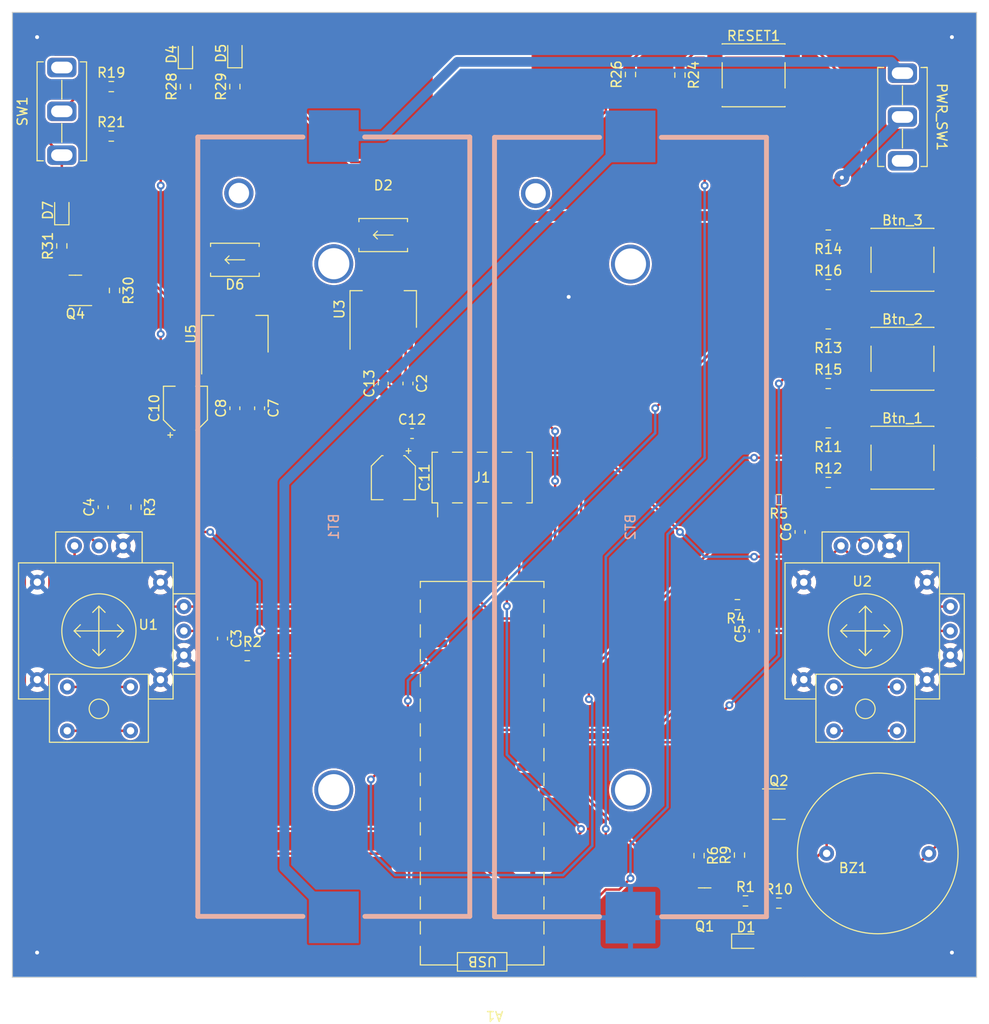
<source format=kicad_pcb>
(kicad_pcb (version 20211014) (generator pcbnew)
  (layers (0 "F.Cu" signal) (31 "B.Cu" signal) (34 "B.Paste" user) (35 "F.Paste" user) (36 "B.SilkS" user "B.Silkscreen") (37 "F.SilkS" user "F.Silkscreen") (38 "B.Mask" user) (39 "F.Mask" user) (44 "Edge.Cuts" user))
  (net 0 "")
  (net 1 "LED_1")
  (net 3 "Earth")
  (net 4 "Btn_1")
  (net 5 "Btn_2")
  (net 6 "Btn_3")
  (net 7 "SW_1")
  (net 8 "NRF_CE")
  (net 9 "NRF_SCK")
  (net 10 "NRF_CSN")
  (net 11 "+3V3")
  (net 14 "BUZZER")
  (net 15 "R_ROLL")
  (net 16 "R_PITCH")
  (net 17 "L_ROLL")
  (net 18 "L_PITCH")
  (net 19 "+5V")
  (net 20 "RESET")
  (net 22 "Net-(BZ1-Pad2)")
  (net 23 "Net-(C3-Pad2)")
  (net 24 "Net-(C4-Pad2)")
  (net 25 "Net-(C5-Pad2)")
  (net 26 "Net-(C6-Pad2)")
  (net 27 "+BATT")
  (net 28 "Net-(D1-Pad1)")
  (net 29 "Net-(D4-Pad1)")
  (net 30 "Net-(D5-Pad1)")
  (net 31 "Net-(D7-Pad1)")
  (net 32 "NRF_MISO")
  (net 33 "NRF_IRQ")
  (net 34 "NRF_MOSI")
  (net 35 "Net-(Q1-Pad2)")
  (net 36 "Net-(Q1-Pad3)")
  (net 37 "Net-(Q2-Pad2)")
  (net 38 "Net-(Q4-Pad2)")
  (net 39 "Net-(Q4-Pad3)")
  (net 40 "Net-(Btn_1-Pad2)")
  (net 41 "Net-(Btn_2-Pad2)")
  (net 42 "Net-(Btn_3-Pad2)")
  (net 43 "Net-(R19-Pad1)")
  (net 44 "unconnected-(U1-PadSW1)")
  (net 45 "unconnected-(U1-PadSW2)")
  (net 46 "unconnected-(U2-PadSW1)")
  (net 47 "unconnected-(U2-PadSW2)")
  (net 48 "Net-(BT1-Pad2)")
  (net 49 "Net-(R24-Pad1)")
  (net 56 "BAT_PWR")
  (footprint "My_library:1N5817M" (layer "F.Cu") (at 129.54 76.2)
    (fp_text reference "D6")
    (fp_text value "1N5817")
  )
  (footprint "Capacitor_SMD:C_0603_1608Metric" (layer "F.Cu") (at 116.00706 101.6 90)
    (fp_text reference "C4")
    (fp_text value "100nF")
  )
  (footprint "Capacitor_SMD:C_0603_1608Metric" (layer "F.Cu") (at 128.27 115.085517 -90)
    (fp_text reference "C3")
    (fp_text value "100nF")
  )
  (footprint "Button_Switch_SMD:SW_Push_1P1T_NO_6x6mm_H9.5mm" (layer "F.Cu") (at 182.828326 57.261602)
    (fp_text reference "RESET1")
    (fp_text value "SW_SPST")
  )
  (footprint "Resistor_SMD:R_0603_1608Metric" (layer "F.Cu") (at 181.994637 142.016)
    (fp_text reference "R1")
    (fp_text value "1K")
  )
  (footprint "My_library:KNX-1-D1" (layer "F.Cu") (at 198.12 61.54 -90)
    (fp_text reference "PWR_SW1")
    (fp_text value "SW_SPDT")
  )
  (footprint "Resistor_SMD:R_0603_1608Metric" (layer "F.Cu") (at 130.81 116.84)
    (fp_text reference "R2")
    (fp_text value "620")
  )
  (footprint "Resistor_SMD:R_0603_1608Metric" (layer "F.Cu") (at 185.42 142.24)
    (fp_text reference "R10")
    (fp_text value "10K")
  )
  (footprint "Resistor_SMD:R_0603_1608Metric" (layer "F.Cu") (at 181.378897 137.310427 90)
    (fp_text reference "R9")
    (fp_text value "4K7")
  )
  (footprint "Resistor_SMD:R_0603_1608Metric" (layer "F.Cu") (at 190.5 78.74)
    (fp_text reference "R16")
    (fp_text value "10K")
  )
  (footprint "Resistor_SMD:R_0603_1608Metric" (layer "F.Cu") (at 119.38 101.6 -90)
    (fp_text reference "R3")
    (fp_text value "620")
  )
  (footprint "Resistor_SMD:R_0603_1608Metric" (layer "F.Cu") (at 129.54 58.42 90)
    (fp_text reference "R29")
    (fp_text value "2K")
  )
  (footprint "My_library:Joystick" (layer "F.Cu") (at 115.57 114.3)
    (fp_text reference "U1")
    (fp_text value "Joystick")
  )
  (footprint "Capacitor_SMD:CP_Elec_4x5.4" (layer "F.Cu") (at 124.46 91.44 90)
    (fp_text reference "C10")
    (fp_text value "10uF")
  )
  (footprint "My_library:NUCELO-L432KC_SMD" (layer "F.Cu") (at 156.21 138.43 180)
    (fp_text reference "A1")
    (fp_text value "NUCLEO-L432KC")
  )
  (footprint "Package_TO_SOT_SMD:SOT-223" (layer "F.Cu") (at 129.54 83.82 90)
    (fp_text reference "U5")
    (fp_text value "LM2940-5.0")
  )
  (footprint "Capacitor_SMD:C_0603_1608Metric" (layer "F.Cu") (at 147.32 88.9 -90)
    (fp_text reference "C2")
    (fp_text value "100nF")
  )
  (footprint "Resistor_SMD:R_0603_1608Metric" (layer "F.Cu") (at 111.760384 74.777671 90)
    (fp_text reference "R31")
    (fp_text value "390R")
  )
  (footprint "Package_TO_SOT_SMD:SOT-223" (layer "F.Cu") (at 144.78 81.28 90)
    (fp_text reference "U3")
    (fp_text value "LM2940-3.0")
  )
  (footprint "Resistor_SMD:R_0603_1608Metric" (layer "F.Cu") (at 190.5 83.82 180)
    (fp_text reference "R13")
    (fp_text value "1K")
  )
  (footprint "Resistor_SMD:R_0603_1608Metric" (layer "F.Cu") (at 190.5 88.9)
    (fp_text reference "R15")
    (fp_text value "10K")
  )
  (footprint "Resistor_SMD:R_0603_1608Metric" (layer "F.Cu") (at 116.84 58.42)
    (fp_text reference "R19")
    (fp_text value "1K")
  )
  (footprint "Resistor_SMD:R_0603_1608Metric" (layer "F.Cu") (at 177.223152 137.367748 -90)
    (fp_text reference "R6")
    (fp_text value "4K7")
  )
  (footprint "LED_SMD:LED_0603_1608Metric" (layer "F.Cu") (at 124.46 55.0925 90)
    (fp_text reference "D4")
    (fp_text value "RED")
  )
  (footprint "My_library:Buzzer" (layer "F.Cu") (at 195.58 137.138466 180)
    (fp_text reference "BZ1")
    (fp_text value "Buzzer")
  )
  (footprint "Resistor_SMD:R_0603_1608Metric" (layer "F.Cu") (at 185.42 100.827383 180)
    (fp_text reference "R5")
    (fp_text value "620")
  )
  (footprint "Resistor_SMD:R_0603_1608Metric" (layer "F.Cu") (at 117.172778 79.351001 -90)
    (fp_text reference "R30")
    (fp_text value "4K7")
  )
  (footprint "Capacitor_SMD:C_0603_1608Metric" (layer "F.Cu") (at 129.54 91.44 90)
    (fp_text reference "C8")
    (fp_text value "100nF")
  )
  (footprint "LED_SMD:LED_0603_1608Metric" (layer "F.Cu") (at 111.76 71.12 90)
    (fp_text reference "D7")
    (fp_text value "BLUE")
  )
  (footprint "Resistor_SMD:R_0603_1608Metric" (layer "F.Cu") (at 190.5 99.06)
    (fp_text reference "R12")
    (fp_text value "10K")
  )
  (footprint "Resistor_SMD:R_0603_1608Metric" (layer "F.Cu") (at 175.26 57.235607 -90)
    (fp_text reference "R24")
    (fp_text value "1K")
  )
  (footprint "Resistor_SMD:R_0603_1608Metric" (layer "F.Cu") (at 170.18 57.175869 90)
    (fp_text reference "R26")
    (fp_text value "10K")
  )
  (footprint "Capacitor_SMD:C_0603_1608Metric" (layer "F.Cu") (at 132.08 91.44 -90)
    (fp_text reference "C7")
    (fp_text value "100nF")
  )
  (footprint "LED_SMD:LED_0603_1608Metric" (layer "F.Cu") (at 129.54 55.0025 90)
    (fp_text reference "D5")
    (fp_text value "BLUE")
  )
  (footprint "LED_SMD:LED_0603_1608Metric" (layer "F.Cu") (at 182.055477 146.148544)
    (fp_text reference "D1")
    (fp_text value "RED")
  )
  (footprint "My_library:Joystick" (layer "F.Cu") (at 194.31 114.3)
    (fp_text reference "U2")
    (fp_text value "Joystick")
  )
  (footprint "Package_TO_SOT_SMD:SOT-23" (layer "F.Cu") (at 113.153032 79.340282 180)
    (fp_text reference "Q4")
    (fp_text value "S9013")
  )
  (footprint "Resistor_SMD:R_0603_1608Metric" (layer "F.Cu") (at 190.5 73.66 180)
    (fp_text reference "R14")
    (fp_text value "1K")
  )
  (footprint "Capacitor_SMD:C_0603_1608Metric" (layer "F.Cu") (at 147.740137 94.031974)
    (fp_text reference "C12")
    (fp_text value "100nF")
  )
  (footprint "Package_TO_SOT_SMD:SOT-23" (layer "F.Cu") (at 185.42 132.08)
    (fp_text reference "Q2")
    (fp_text value "S9013")
  )
  (footprint "Capacitor_SMD:C_0603_1608Metric" (layer "F.Cu") (at 187.598277 104.14 90)
    (fp_text reference "C6")
    (fp_text value "100nF")
  )
  (footprint "Resistor_SMD:R_0603_1608Metric" (layer "F.Cu") (at 116.84 63.5)
    (fp_text reference "R21")
    (fp_text value "10K")
  )
  (footprint "Capacitor_SMD:C_0603_1608Metric" (layer "F.Cu") (at 182.88 114.3 90)
    (fp_text reference "C5")
    (fp_text value "100nF")
  )
  (footprint "Package_TO_SOT_SMD:SOT-23" (layer "F.Cu") (at 177.8 142.24 180)
    (fp_text reference "Q1")
    (fp_text value "S9013")
  )
  (footprint "Button_Switch_SMD:SW_Push_1P1T_NO_6x6mm_H9.5mm" (layer "F.Cu") (at 198.12 86.36)
    (fp_text reference "Btn_2")
    (fp_text value "SW_SPST")
  )
  (footprint "Resistor_SMD:R_0603_1608Metric" (layer "F.Cu") (at 190.5 93.98 180)
    (fp_text reference "R11")
    (fp_text value "1K")
  )
  (footprint "Button_Switch_SMD:SW_Push_1P1T_NO_6x6mm_H9.5mm" (layer "F.Cu") (at 198.12 76.2)
    (fp_text reference "Btn_3")
    (fp_text value "SW_SPST")
  )
  (footprint "Resistor_SMD:R_0603_1608Metric" (layer "F.Cu") (at 181.165 111.604567 180)
    (fp_text reference "R4")
    (fp_text value "620")
  )
  (footprint "Capacitor_SMD:C_0603_1608Metric" (layer "F.Cu") (at 144.78 88.9 90)
    (fp_text reference "C13")
    (fp_text value "100nF")
  )
  (footprint "Capacitor_SMD:CP_Elec_4x5.4" (layer "F.Cu") (at 145.819259 98.567895 -90)
    (fp_text reference "C11")
    (fp_text value "10uF")
  )
  (footprint "Button_Switch_SMD:SW_Push_1P1T_NO_6x6mm_H9.5mm" (layer "F.Cu") (at 198.12 96.52)
    (fp_text reference "Btn_1")
    (fp_text value "SW_SPST")
  )
  (footprint "Resistor_SMD:R_0603_1608Metric" (layer "F.Cu") (at 124.46 58.42 90)
    (fp_text reference "R28")
    (fp_text value "1K")
  )
  (footprint "Connector_PinHeader_2.54mm:PinHeader_2x04_P2.54mm_Vertical_SMD" (layer "F.Cu") (at 154.94 98.555 90)
    (fp_text reference "J1")
    (fp_text value "nRF24L01_Conn")
  )
  (footprint "My_library:1N5817M" (layer "F.Cu") (at 144.78 73.66)
    (fp_text reference "D2")
    (fp_text value "1N5817")
  )
  (footprint "My_library:KNX-1-D1" (layer "F.Cu") (at 111.76 60.96 90)
    (fp_text reference "SW1")
    (fp_text value "SW_SPDT")
  )
  (footprint "My_library:18650_Holder(1)" (layer "B.Cu") (at 139.7 103.6 -90)
    (fp_text reference "BT1")
    (fp_text value "Bat_18650")
  )
  (footprint "My_library:18650_Holder(1)" (layer "B.Cu") (at 170.18 103.635 -90)
    (fp_text reference "BT2")
    (fp_text value "Bat_18650")
  )
  (gr_line (start 106.68 96.52) (end 106.68 60.96) (layer "Edge.Cuts") (width 0.1))
  (gr_line (start 205.74 50.8) (end 205.74 60.96) (layer "Edge.Cuts") (width 0.1))
  (gr_line (start 152.4 50.8) (end 106.68 50.8) (layer "Edge.Cuts") (width 0.1))
  (gr_line (start 106.68 50.8) (end 106.68 60.96) (layer "Edge.Cuts") (width 0.1))
  (gr_line (start 187.96 149.86) (end 205.74 149.86) (layer "Edge.Cuts") (width 0.1))
  (gr_line (start 205.74 60.96) (end 205.74 96.52) (layer "Edge.Cuts") (width 0.1))
  (gr_line (start 106.68 96.52) (end 106.68 149.86) (layer "Edge.Cuts") (width 0.1))
  (gr_line (start 152.4 50.8) (end 205.74 50.8) (layer "Edge.Cuts") (width 0.1))
  (gr_line (start 152.4 149.86) (end 106.68 149.86) (layer "Edge.Cuts") (width 0.1))
  (gr_line (start 152.4 149.86) (end 187.96 149.86) (layer "Edge.Cuts") (width 0.1))
  (gr_line (start 205.74 96.52) (end 205.74 149.86) (layer "Edge.Cuts") (width 0.1))
  (segment (start 117.172778 80.176001) (end 117.172778 85.256001) (width 0.25) (layer "F.Cu") (net 1))
  (segment (start 107.95 125.73) (end 109.22 127) (width 0.25) (layer "F.Cu") (net 1))
  (segment (start 113.03 137.16) (end 116.84 137.16) (width 0.25) (layer "F.Cu") (net 1))
  (segment (start 160.14 143.51) (end 153.79 137.16) (width 0.25) (layer "F.Cu") (net 1))
  (segment (start 107.95 125.73) (end 107.95 94.478779) (width 0.25) (layer "F.Cu") (net 1))
  (segment (start 153.79 137.16) (end 116.84 137.16) (width 0.25) (layer "F.Cu") (net 1))
  (segment (start 109.22 133.35) (end 113.03 137.16) (width 0.25) (layer "F.Cu") (net 1))
  (segment (start 109.22 127) (end 109.22 133.35) (width 0.25) (layer "F.Cu") (net 1))
  (segment (start 117.172778 85.256001) (end 107.95 94.478779) (width 0.25) (layer "F.Cu") (net 1))
  (via (at 109.22 147.32) (size 0.8) (drill 0.4) (layers "F.Cu" "B.Cu") (net 3))
  (via (at 163.83 80.01) (size 0.8) (drill 0.4) (layers "F.Cu" "B.Cu") (net 3))
  (via (at 109.22 53.34) (size 0.8) (drill 0.4) (layers "F.Cu" "B.Cu") (net 3))
  (via (at 203.2 147.32) (size 0.8) (drill 0.4) (layers "F.Cu" "B.Cu") (net 3))
  (via (at 203.2 53.34) (size 0.8) (drill 0.4) (layers "F.Cu" "B.Cu") (net 3))
  (segment (start 169.03 140.85) (end 167.64 140.85) (width 0.25) (layer "F.Cu") (net 4))
  (segment (start 187.96 95.695) (end 189.675 93.98) (width 0.25) (layer "F.Cu") (net 4))
  (segment (start 187.96 95.695) (end 187.135 96.52) (width 0.25) (layer "F.Cu") (net 4))
  (segment (start 187.135 96.52) (end 182.88 96.52) (width 0.25) (layer "F.Cu") (net 4))
  (segment (start 167.64 140.85) (end 162.44 146.05) (width 0.25) (layer "F.Cu") (net 4))
  (segment (start 170.18 139.7) (end 169.03 140.85) (width 0.25) (layer "F.Cu") (net 4))
  (via (at 182.88 96.52) (size 0.8) (drill 0.4) (layers "F.Cu" "B.Cu") (net 4))
  (via (at 170.18 139.7) (size 0.8) (drill 0.4) (layers "F.Cu" "B.Cu") (net 4))
  (segment (start 173.99 132.37022) (end 173.99 104.385386) (width 0.25) (layer "B.Cu") (net 4))
  (segment (start 170.18 139.7) (end 170.18 136.18022) (width 0.25) (layer "B.Cu") (net 4))
  (segment (start 173.99 104.385386) (end 181.855386 96.52) (width 0.25) (layer "B.Cu") (net 4))
  (segment (start 181.855386 96.52) (end 182.88 96.52) (width 0.25) (layer "B.Cu") (net 4))
  (segment (start 170.18 136.18022) (end 173.99 132.37022) (width 0.25) (layer "B.Cu") (net 4))
  (segment (start 176.53 125.73) (end 180.34 121.92) (width 0.25) (layer "F.Cu") (net 5))
  (segment (start 162.44 125.73) (end 176.53 125.73) (width 0.25) (layer "F.Cu") (net 5))
  (segment (start 185.42 88.9) (end 189.675 84.645) (width 0.25) (layer "F.Cu") (net 5))
  (segment (start 189.675 84.645) (end 189.675 83.82) (width 0.25) (layer "F.Cu") (net 5))
  (via (at 185.42 88.9) (size 0.8) (drill 0.4) (layers "F.Cu" "B.Cu") (net 5))
  (via (at 180.34 121.92) (size 0.8) (drill 0.4) (layers "F.Cu" "B.Cu") (net 5))
  (segment (start 185.42 91.44) (end 185.42 88.9) (width 0.25) (layer "B.Cu") (net 5))
  (segment (start 180.34 121.92) (end 185.42 116.84) (width 0.25) (layer "B.Cu") (net 5))
  (segment (start 185.42 116.84) (end 185.42 91.44) (width 0.25) (layer "B.Cu") (net 5))
  (segment (start 147.311432 121.466444) (end 147.311432 123.061432) (width 0.25) (layer "F.Cu") (net 6))
  (segment (start 189.675 74.485) (end 189.675 73.66) (width 0.25) (layer "F.Cu") (net 6))
  (segment (start 172.72 91.44) (end 189.675 74.485) (width 0.25) (layer "F.Cu") (net 6))
  (segment (start 147.311432 123.061432) (end 147.44 123.19) (width 0.25) (layer "F.Cu") (net 6))
  (via (at 147.311432 121.466444) (size 0.8) (drill 0.4) (layers "F.Cu" "B.Cu") (net 6))
  (via (at 172.72 91.44) (size 0.8) (drill 0.4) (layers "F.Cu" "B.Cu") (net 6))
  (segment (start 172.72 93.98) (end 172.72 91.44) (width 0.25) (layer "B.Cu") (net 6))
  (segment (start 147.32 121.457876) (end 147.32 119.38) (width 0.25) (layer "B.Cu") (net 6))
  (segment (start 147.32 119.38) (end 172.72 93.98) (width 0.25) (layer "B.Cu") (net 6))
  (segment (start 147.311432 121.466444) (end 147.32 121.457876) (width 0.25) (layer "B.Cu") (net 6))
  (segment (start 117.665 58.42) (end 121.92 62.675) (width 0.25) (layer "F.Cu") (net 7))
  (segment (start 118.55952 134.62) (end 110.49 126.55048) (width 0.25) (layer "F.Cu") (net 7))
  (segment (start 110.49 96.52) (end 121.92 85.09) (width 0.25) (layer "F.Cu") (net 7))
  (segment (start 158.87 134.62) (end 160.14 133.35) (width 0.25) (layer "F.Cu") (net 7))
  (segment (start 127 134.62) (end 158.87 134.62) (width 0.25) (layer "F.Cu") (net 7))
  (segment (start 121.92 62.675) (end 121.92 68.58) (width 0.25) (layer "F.Cu") (net 7))
  (segment (start 121.92 85.09) (end 121.92 83.82) (width 0.25) (layer "F.Cu") (net 7))
  (segment (start 110.49 126.55048) (end 110.49 96.52) (width 0.25) (layer "F.Cu") (net 7))
  (segment (start 127 134.62) (end 118.55952 134.62) (width 0.25) (layer "F.Cu") (net 7))
  (via (at 121.92 83.82) (size 0.8) (drill 0.4) (layers "F.Cu" "B.Cu") (net 7))
  (via (at 121.92 68.58) (size 0.8) (drill 0.4) (layers "F.Cu" "B.Cu") (net 7))
  (segment (start 121.92 83.82) (end 121.92 68.58) (width 0.25) (layer "B.Cu") (net 7))
  (segment (start 153.67 110.214312) (end 153.67 101.08) (width 0.25) (layer "F.Cu") (net 8))
  (segment (start 156.485688 113.03) (end 153.67 110.214312) (width 0.25) (layer "F.Cu") (net 8))
  (segment (start 160.14 113.03) (end 156.485688 113.03) (width 0.25) (layer "F.Cu") (net 8))
  (segment (start 152.4 99.06) (end 153.170166 98.289834) (width 0.25) (layer "F.Cu") (net 9))
  (segment (start 153.170166 98.289834) (end 154.278896 98.289834) (width 0.25) (layer "F.Cu") (net 9))
  (segment (start 152.4 107.83) (end 152.4 99.06) (width 0.25) (layer "F.Cu") (net 9))
  (segment (start 154.278896 98.289834) (end 156.21 100.220938) (width 0.25) (layer "F.Cu") (net 9))
  (segment (start 156.21 100.220938) (end 156.21 101.08) (width 0.25) (layer "F.Cu") (net 9))
  (segment (start 149.74 110.49) (end 152.4 107.83) (width 0.25) (layer "F.Cu") (net 9))
  (segment (start 161.699712 93.05847) (end 162.440013 93.798771) (width 0.25) (layer "F.Cu") (net 10))
  (segment (start 160.145081 93.05847) (end 161.699712 93.05847) (width 0.25) (layer "F.Cu") (net 10))
  (segment (start 162.438693 110.488693) (end 162.44 110.49) (width 0.25) (layer "F.Cu") (net 10))
  (segment (start 153.67 96.03) (end 156.64153 93.05847) (width 0.25) (layer "F.Cu") (net 10))
  (segment (start 162.438693 98.904727) (end 162.438693 110.488693) (width 0.25) (layer "F.Cu") (net 10))
  (segment (start 156.64153 93.05847) (end 160.145081 93.05847) (width 0.25) (layer "F.Cu") (net 10))
  (via (at 162.440013 93.798771) (size 0.8) (drill 0.4) (layers "F.Cu" "B.Cu") (net 10))
  (via (at 162.438693 98.904727) (size 0.8) (drill 0.4) (layers "F.Cu" "B.Cu") (net 10))
  (segment (start 162.440013 98.903407) (end 162.440013 93.798771) (width 0.25) (layer "B.Cu") (net 10))
  (segment (start 162.438693 98.904727) (end 162.440013 98.903407) (width 0.25) (layer "B.Cu") (net 10))
  (segment (start 154.94 91.44) (end 151.13 95.25) (width 0.25) (layer "F.Cu") (net 11))
  (segment (start 146.965137 94.031974) (end 146.965137 90.607999) (width 0.25) (layer "F.Cu") (net 11))
  (segment (start 151.13 95.25) (end 151.13 96.03) (width 0.25) (layer "F.Cu") (net 11))
  (segment (start 150.35 96.03) (end 151.13 96.03) (width 0.25) (layer "F.Cu") (net 11))
  (segment (start 182.88 106.68) (end 190.7 106.68) (width 0.25) (layer "F.Cu") (net 11))
  (segment (start 144.78 84.43) (end 144.78 88.125) (width 0.25) (layer "F.Cu") (net 11))
  (segment (start 146.965137 90.607999) (end 144.78 88.422862) (width 0.25) (layer "F.Cu") (net 11))
  (segment (start 146.965137 95.622017) (end 145.819259 96.767895) (width 0.25) (layer "F.Cu") (net 11))
  (segment (start 147.44 113.03) (end 147.44 98.388636) (width 0.25) (layer "F.Cu") (net 11))
  (segment (start 203.04 111.8) (end 198.04 111.8) (width 0.25) (layer "F.Cu") (net 11))
  (segment (start 175.26 104.14) (end 162.56 91.44) (width 0.25) (layer "F.Cu") (net 11))
  (segment (start 113.07 109.38) (end 113.07 105.57) (width 0.25) (layer "F.Cu") (net 11))
  (segment (start 146.965137 94.031974) (end 146.965137 95.622017) (width 0.25) (layer "F.Cu") (net 11))
  (segment (start 162.56 91.44) (end 154.94 91.44) (width 0.25) (layer "F.Cu") (net 11))
  (segment (start 149.612105 96.767895) (end 150.35 96.03) (width 0.25) (layer "F.Cu") (net 11))
  (segment (start 115.49 111.8) (end 113.07 109.38) (width 0.25) (layer "F.Cu") (net 11))
  (segment (start 198.04 111.8) (end 191.81 105.57) (width 0.25) (layer "F.Cu") (net 11))
  (segment (start 144.78 88.422862) (end 144.78 88.125) (width 0.25) (layer "F.Cu") (net 11))
  (segment (start 190.7 106.68) (end 191.81 105.57) (width 0.25) (layer "F.Cu") (net 11))
  (segment (start 147.44 113.03) (end 146.21 111.8) (width 0.25) (layer "F.Cu") (net 11))
  (segment (start 146.21 111.8) (end 115.49 111.8) (width 0.25) (layer "F.Cu") (net 11))
  (segment (start 145.819259 96.767895) (end 149.612105 96.767895) (width 0.25) (layer "F.Cu") (net 11))
  (segment (start 147.44 98.388636) (end 145.819259 96.767895) (width 0.25) (layer "F.Cu") (net 11))
  (via (at 182.88 106.68) (size 0.8) (drill 0.4) (layers "F.Cu" "B.Cu") (net 11))
  (via (at 175.26 104.14) (size 0.8) (drill 0.4) (layers "F.Cu" "B.Cu") (net 11))
  (segment (start 182.88 106.68) (end 177.8 106.68) (width 0.25) (layer "B.Cu") (net 11))
  (segment (start 177.8 106.68) (end 175.26 104.14) (width 0.25) (layer "B.Cu") (net 11))
  (segment (start 162.56 128.27) (end 170.832748 136.542748) (width 0.25) (layer "F.Cu") (net 14))
  (segment (start 170.832748 136.542748) (end 177.223152 136.542748) (width 0.25) (layer "F.Cu") (net 14))
  (segment (start 160.14 128.27) (end 162.56 128.27) (width 0.25) (layer "F.Cu") (net 14))
  (segment (start 177.280473 136.485427) (end 177.223152 136.542748) (width 0.25) (layer "F.Cu") (net 14))
  (segment (start 181.378897 136.485427) (end 177.280473 136.485427) (width 0.25) (layer "F.Cu") (net 14))
  (segment (start 144.78 128.27) (end 147.44 128.27) (width 0.25) (layer "F.Cu") (net 15))
  (segment (start 184.595 100.827383) (end 183.652617 100.827383) (width 0.25) (layer "F.Cu") (net 15))
  (segment (start 165.901885 118.578115) (end 165.901885 121.312181) (width 0.25) (layer "F.Cu") (net 15))
  (segment (start 143.51 129.54) (end 144.78 128.27) (width 0.25) (layer "F.Cu") (net 15))
  (segment (start 183.652617 100.827383) (end 165.901885 118.578115) (width 0.25) (layer "F.Cu") (net 15))
  (via (at 143.51 129.54) (size 0.8) (drill 0.4) (layers "F.Cu" "B.Cu") (net 15))
  (via (at 165.901885 121.312181) (size 0.8) (drill 0.4) (layers "F.Cu" "B.Cu") (net 15))
  (segment (start 166.249992 136.357751) (end 166.249992 121.660288) (width 0.25) (layer "B.Cu") (net 15))
  (segment (start 143.51 136.861305) (end 146.011548 139.362853) (width 0.25) (layer "B.Cu") (net 15))
  (segment (start 143.51 130.102232) (end 143.51 129.54) (width 0.25) (layer "B.Cu") (net 15))
  (segment (start 163.24489 139.362853) (end 166.249992 136.357751) (width 0.25) (layer "B.Cu") (net 15))
  (segment (start 143.51 130.102232) (end 143.51 136.861305) (width 0.25) (layer "B.Cu") (net 15))
  (segment (start 166.249992 121.660288) (end 165.901885 121.312181) (width 0.25) (layer "B.Cu") (net 15))
  (segment (start 146.011548 139.362853) (end 163.24489 139.362853) (width 0.25) (layer "B.Cu") (net 15))
  (segment (start 151.01 124.46) (end 172.72 124.46) (width 0.25) (layer "F.Cu") (net 16))
  (segment (start 180.34 116.84) (end 180.34 111.604567) (width 0.25) (layer "F.Cu") (net 16))
  (segment (start 172.72 124.46) (end 180.34 116.84) (width 0.25) (layer "F.Cu") (net 16))
  (segment (start 149.74 125.73) (end 151.01 124.46) (width 0.25) (layer "F.Cu") (net 16))
  (segment (start 127 104.14) (end 121.095 104.14) (width 0.25) (layer "F.Cu") (net 17))
  (segment (start 121.095 104.14) (end 119.38 102.425) (width 0.25) (layer "F.Cu") (net 17))
  (segment (start 145.971783 114.3) (end 132.08 114.3) (width 0.25) (layer "F.Cu") (net 17))
  (segment (start 149.74 120.65) (end 149.74 118.068217) (width 0.25) (layer "F.Cu") (net 17))
  (segment (start 149.74 118.068217) (end 145.971783 114.3) (width 0.25) (layer "F.Cu") (net 17))
  (via (at 132.08 114.3) (size 0.8) (drill 0.4) (layers "F.Cu" "B.Cu") (net 17))
  (via (at 127 104.14) (size 0.8) (drill 0.4) (layers "F.Cu" "B.Cu") (net 17))
  (segment (start 132.08 114.3) (end 132.08 109.22) (width 0.25) (layer "B.Cu") (net 17))
  (segment (start 132.08 109.22) (end 127 104.14) (width 0.25) (layer "B.Cu") (net 17))
  (segment (start 131.635 116.84) (end 146.17 116.84) (width 0.25) (layer "F.Cu") (net 18))
  (segment (start 146.17 116.84) (end 147.44 118.11) (width 0.25) (layer "F.Cu") (net 18))
  (segment (start 202.095 94.27) (end 204.47 91.895) (width 0.25) (layer "F.Cu") (net 19))
  (segment (start 202.095 94.27) (end 203.49 94.27) (width 0.25) (layer "F.Cu") (net 19))
  (segment (start 194.145 94.27) (end 202.095 94.27) (width 0.25) (layer "F.Cu") (net 19))
  (segment (start 202.095 82.385) (end 204.47 80.01) (width 0.25) (layer "F.Cu") (net 19))
  (segment (start 203.49 94.27) (end 204.47 95.25) (width 0.25) (layer "F.Cu") (net 19))
  (segment (start 167.64 58.42) (end 169.709131 56.350869) (width 0.25) (layer "F.Cu") (net 19))
  (segment (start 147.44 141.011783) (end 153.748217 147.32) (width 0.25) (layer "F.Cu") (net 19))
  (segment (start 203.49 73.95) (end 202.095 73.95) (width 0.25) (layer "F.Cu") (net 19))
  (segment (start 111.248953 54.305) (end 109.22 56.333953) (width 0.25) (layer "F.Cu") (net 19))
  (segment (start 194.145 59.525) (end 187.96 53.34) (width 0.25) (layer "F.Cu") (net 19))
  (segment (start 124.55 54.215) (end 129.54 54.215) (width 0.25) (layer "F.Cu") (net 19))
  (segment (start 109.22 62.92) (end 111.76 65.46) (width 0.25) (layer "F.Cu") (net 19))
  (segment (start 202.095 84.11) (end 202.095 82.385) (width 0.25) (layer "F.Cu") (net 19))
  (segment (start 129.54 90.665) (end 126.965 93.24) (width 0.25) (layer "F.Cu") (net 19))
  (segment (start 204.47 86.36) (end 202.22 84.11) (width 0.25) (layer "F.Cu") (net 19))
  (segment (start 186.245 142.746521) (end 186.245 142.24) (width 0.25) (layer "F.Cu") (net 19))
  (segment (start 124.46 54.305) (end 111.248953 54.305) (width 0.25) (layer "F.Cu") (net 19))
  (segment (start 187.96 53.34) (end 172.72 53.34) (width 0.25) (layer "F.Cu") (net 19))
  (segment (start 204.47 80.01) (end 204.47 74.93) (width 0.25) (layer "F.Cu") (net 19))
  (segment (start 181.671521 147.32) (end 182.842977 146.148544) (width 0.25) (layer "F.Cu") (net 19))
  (segment (start 162.43498 66.16502) (end 167.64 60.96) (width 0.25) (layer "F.Cu") (net 19))
  (segment (start 195.728466 142.24) (end 200.83 137.138466) (width 0.25) (layer "F.Cu") (net 19))
  (segment (start 124.46 54.305) (end 124.55 54.215) (width 0.25) (layer "F.Cu") (net 19))
  (segment (start 112.9025 70.3325) (end 111.76 70.3325) (width 0.25) (layer "F.Cu") (net 19))
  (segment (start 153.748217 147.32) (end 181.61 147.32) (width 0.25) (layer "F.Cu") (net 19))
  (segment (start 204.47 74.93) (end 203.49 73.95) (width 0.25) (layer "F.Cu") (net 19))
  (segment (start 194.145 73.95) (end 194.145 59.525) (width 0.25) (layer "F.Cu") (net 19))
  (segment (start 126.965 93.24) (end 124.46 93.24) (width 0.25) (layer "F.Cu") (net 19))
  (segment (start 141.49002 66.16502) (end 162.43498 66.16502) (width 0.25) (layer "F.Cu") (net 19))
  (segment (start 169.709131 56.350869) (end 170.18 56.350869) (width 0.25) (layer "F.Cu") (net 19))
  (segment (start 202.22 84.11) (end 202.095 84.11) (width 0.25) (layer "F.Cu") (net 19))
  (segment (start 129.54 54.215) (end 141.49002 66.16502) (width 0.25) (layer "F.Cu") (net 19))
  (segment (start 109.22 56.333953) (end 109.22 62.92) (width 0.25) (layer "F.Cu") (net 19))
  (segment (start 111.76 70.3325) (end 111.76 65.46) (width 0.25) (layer "F.Cu") (net 19))
  (segment (start 129.54 86.97) (end 112.9025 70.3325) (width 0.25) (layer "F.Cu") (net 19))
  (segment (start 167.64 60.96) (end 167.64 58.42) (width 0.25) (layer "F.Cu") (net 19))
  (segment (start 204.47 91.895) (end 204.47 86.36) (width 0.25) (layer "F.Cu") (net 19))
  (segment (start 202.095 84.11) (end 194.145 84.11) (width 0.25) (layer "F.Cu") (net 19))
  (segment (start 129.54 86.97) (end 129.54 90.665) (width 0.25) (layer "F.Cu") (net 19))
  (segment (start 172.72 53.34) (end 170.18 55.88) (width 0.25) (layer "F.Cu") (net 19))
  (segment (start 204.47 133.498466) (end 200.83 137.138466) (width 0.25) (layer "F.Cu") (net 19))
  (segment (start 186.245 142.24) (end 195.728466 142.24) (width 0.25) (layer "F.Cu") (net 19))
  (segment (start 194.145 73.95) (end 202.095 73.95) (width 0.25) (layer "F.Cu") (net 19))
  (segment (start 170.18 55.88) (end 170.18 56.350869) (width 0.25) (layer "F.Cu") (net 19))
  (segment (start 204.47 95.25) (end 204.47 133.498466) (width 0.25) (layer "F.Cu") (net 19))
  (segment (start 147.44 138.43) (end 147.44 141.011783) (width 0.25) (layer "F.Cu") (net 19))
  (segment (start 182.842977 146.148544) (end 186.245 142.746521) (width 0.25) (layer "F.Cu") (net 19))
  (segment (start 163.83 140.97) (end 167.64 137.16) (width 0.25) (layer "F.Cu") (net 20))
  (segment (start 177.8 60.96) (end 175.26 58.42) (width 0.25) (layer "F.Cu") (net 20))
  (segment (start 167.64 137.16) (end 167.64 134.62) (width 0.25) (layer "F.Cu") (net 20))
  (segment (start 177.8 68.58) (end 177.8 60.96) (width 0.25) (layer "F.Cu") (net 20))
  (segment (start 175.26 58.42) (end 175.26 58.060607) (width 0.25) (layer "F.Cu") (net 20))
  (segment (start 162.44 140.97) (end 163.83 140.97) (width 0.25) (layer "F.Cu") (net 20))
  (via (at 167.64 134.62) (size 0.8) (drill 0.4) (layers "F.Cu" "B.Cu") (net 20))
  (via (at 177.8 68.58) (size 0.8) (drill 0.4) (layers "F.Cu" "B.Cu") (net 20))
  (segment (start 177.8 96.52) (end 177.8 68.58) (width 0.25) (layer "B.Cu") (net 20))
  (segment (start 167.64 134.62) (end 167.64 106.68) (width 0.25) (layer "B.Cu") (net 20))
  (segment (start 167.64 106.68) (end 177.8 96.52) (width 0.25) (layer "B.Cu") (net 20))
  (segment (start 189.696534 137.138466) (end 190.33 137.138466) (width 0.25) (layer "F.Cu") (net 22))
  (segment (start 186.3575 132.08) (end 190.33 136.0525) (width 0.25) (layer "F.Cu") (net 22))
  (segment (start 190.33 136.0525) (end 190.33 137.138466) (width 0.25) (layer "F.Cu") (net 22))
  (segment (start 184.595 142.24) (end 189.696534 137.138466) (width 0.25) (layer "F.Cu") (net 22))
  (segment (start 128.27 115.860517) (end 129.005517 115.860517) (width 0.25) (layer "F.Cu") (net 23))
  (segment (start 129.005517 115.860517) (end 129.985 116.84) (width 0.25) (layer "F.Cu") (net 23))
  (segment (start 124.3 114.3) (end 126.709483 114.3) (width 0.25) (layer "F.Cu") (net 23))
  (segment (start 126.709483 114.3) (end 128.27 115.860517) (width 0.25) (layer "F.Cu") (net 23))
  (segment (start 114.808001 102.024059) (end 114.808001 104.808001) (width 0.25) (layer "F.Cu") (net 24))
  (segment (start 116.05706 100.775) (end 119.38 100.775) (width 0.25) (layer "F.Cu") (net 24))
  (segment (start 116.00706 100.825) (end 116.05706 100.775) (width 0.25) (layer "F.Cu") (net 24))
  (segment (start 114.808001 104.808001) (end 115.57 105.57) (width 0.25) (layer "F.Cu") (net 24))
  (segment (start 116.00706 100.825) (end 114.808001 102.024059) (width 0.25) (layer "F.Cu") (net 24))
  (segment (start 181.99 111.604567) (end 181.99 112.635) (width 0.25) (layer "F.Cu") (net 25))
  (segment (start 181.99 112.635) (end 182.88 113.525) (width 0.25) (layer "F.Cu") (net 25))
  (segment (start 182.88 113.525) (end 183.655 114.3) (width 0.25) (layer "F.Cu") (net 25))
  (segment (start 183.655 114.3) (end 203.04 114.3) (width 0.25) (layer "F.Cu") (net 25))
  (segment (start 194.31 105.57) (end 192.105 103.365) (width 0.25) (layer "F.Cu") (net 26))
  (segment (start 192.105 103.365) (end 187.598277 103.365) (width 0.25) (layer "F.Cu") (net 26))
  (segment (start 187.598277 103.365) (end 187.598277 102.18066) (width 0.25) (layer "F.Cu") (net 26))
  (segment (start 187.598277 102.18066) (end 186.245 100.827383) (width 0.25) (layer "F.Cu") (net 26))
  (segment (start 152.4 55.88) (end 196.96 55.88) (width 1) (layer "B.Cu") (net 27))
  (segment (start 196.96 55.88) (end 198.12 57.04) (width 1) (layer "B.Cu") (net 27))
  (segment (start 144.78 63.5) (end 152.4 55.88) (width 1) (layer "B.Cu") (net 27))
  (segment (start 144.78 63.5) (end 139.7 63.5) (width 1) (layer "B.Cu") (net 27))
  (segment (start 181.267977 143.56766) (end 182.819637 142.016) (width 0.25) (layer "F.Cu") (net 28))
  (segment (start 181.267977 146.148544) (end 181.267977 143.56766) (width 0.25) (layer "F.Cu") (net 28))
  (segment (start 124.46 55.88) (end 124.46 57.595) (width 0.25) (layer "F.Cu") (net 29))
  (segment (start 129.54 55.79) (end 129.54 57.595) (width 0.25) (layer "F.Cu") (net 30))
  (segment (start 111.760384 71.907884) (end 111.76 71.9075) (width 0.25) (layer "F.Cu") (net 31))
  (segment (start 111.760384 73.952671) (end 111.760384 71.907884) (width 0.25) (layer "F.Cu") (net 31))
  (segment (start 158.75 109.141783) (end 158.75 101.08) (width 0.25) (layer "F.Cu") (net 32))
  (segment (start 162.44 115.57) (end 162.44 112.831783) (width 0.25) (layer "F.Cu") (net 32))
  (segment (start 162.44 112.831783) (end 158.75 109.141783) (width 0.25) (layer "F.Cu") (net 32))
  (segment (start 160.14 118.11) (end 160.155966 118.125966) (width 0.25) (layer "F.Cu") (net 33))
  (segment (start 160.155966 118.125966) (end 164.228793 118.125966) (width 0.25) (layer "F.Cu") (net 33))
  (segment (start 158.75 96.03) (end 163.816057 96.03) (width 0.25) (layer "F.Cu") (net 33))
  (segment (start 163.816057 96.03) (end 165.1 97.313943) (width 0.25) (layer "F.Cu") (net 33))
  (segment (start 165.1 97.313943) (end 165.1 99.806047) (width 0.25) (layer "F.Cu") (net 33))
  (segment (start 165.1 116.84) (end 165.1 106.68) (width 0.25) (layer "F.Cu") (net 33))
  (segment (start 165.1 106.68) (end 165.1 99.806047) (width 0.25) (layer "F.Cu") (net 33))
  (segment (start 164.228793 118.125966) (end 165.1 117.254759) (width 0.25) (layer "F.Cu") (net 33))
  (segment (start 165.1 117.254759) (end 165.1 116.84) (width 0.25) (layer "F.Cu") (net 33))
  (segment (start 164.176793 135.89) (end 162.44 135.89) (width 0.25) (layer "F.Cu") (net 34))
  (segment (start 156.21 96.03) (end 157.48 97.3) (width 0.25) (layer "F.Cu") (net 34))
  (segment (start 165.1 134.966793) (end 164.176793 135.89) (width 0.25) (layer "F.Cu") (net 34))
  (segment (start 165.1 134.62) (end 165.1 134.966793) (width 0.25) (layer "F.Cu") (net 34))
  (segment (start 157.48 97.3) (end 157.48 111.76) (width 0.25) (layer "F.Cu") (net 34))
  (via (at 165.1 134.62) (size 0.8) (drill 0.4) (layers "F.Cu" "B.Cu") (net 34))
  (via (at 157.48 111.76) (size 0.8) (drill 0.4) (layers "F.Cu" "B.Cu") (net 34))
  (segment (start 157.48 111.76) (end 157.48 127) (width 0.25) (layer "B.Cu") (net 34))
  (segment (start 157.48 127) (end 165.1 134.62) (width 0.25) (layer "B.Cu") (net 34))
  (segment (start 177.223152 139.775652) (end 178.7375 141.29) (width 0.25) (layer "F.Cu") (net 35))
  (segment (start 177.223152 138.192748) (end 177.223152 139.775652) (width 0.25) (layer "F.Cu") (net 35))
  (segment (start 176.8625 142.24) (end 180.945637 142.24) (width 0.25) (layer "F.Cu") (net 36))
  (segment (start 180.945637 142.24) (end 181.169637 142.016) (width 0.25) (layer "F.Cu") (net 36))
  (segment (start 184.4825 133.03) (end 184.4825 135.031824) (width 0.25) (layer "F.Cu") (net 37))
  (segment (start 184.4825 135.031824) (end 181.378897 138.135427) (width 0.25) (layer "F.Cu") (net 37))
  (segment (start 114.090532 78.390282) (end 114.226251 78.526001) (width 0.25) (layer "F.Cu") (net 38))
  (segment (start 114.226251 78.526001) (end 117.172778 78.526001) (width 0.25) (layer "F.Cu") (net 38))
  (segment (start 111.760384 75.602671) (end 111.760384 78.885134) (width 0.25) (layer "F.Cu") (net 39))
  (segment (start 111.760384 78.885134) (end 112.215532 79.340282) (width 0.25) (layer "F.Cu") (net 39))
  (segment (start 202.095 98.77) (end 194.145 98.77) (width 0.25) (layer "F.Cu") (net 40))
  (segment (start 194.145 98.77) (end 191.615 98.77) (width 0.25) (layer "F.Cu") (net 40))
  (segment (start 191.325 99.06) (end 191.325 93.98) (width 0.25) (layer "F.Cu") (net 40))
  (segment (start 191.615 98.77) (end 191.325 99.06) (width 0.25) (layer "F.Cu") (net 40))
  (segment (start 191.325 88.9) (end 191.615 88.61) (width 0.25) (layer "F.Cu") (net 41))
  (segment (start 194.145 88.61) (end 202.095 88.61) (width 0.25) (layer "F.Cu") (net 41))
  (segment (start 191.615 88.61) (end 194.145 88.61) (width 0.25) (layer "F.Cu") (net 41))
  (segment (start 191.325 83.82) (end 191.325 88.9) (width 0.25) (layer "F.Cu") (net 41))
  (segment (start 194.145 78.45) (end 202.095 78.45) (width 0.25) (layer "F.Cu") (net 42))
  (segment (start 191.325 78.74) (end 191.615 78.45) (width 0.25) (layer "F.Cu") (net 42))
  (segment (start 191.615 78.45) (end 194.145 78.45) (width 0.25) (layer "F.Cu") (net 42))
  (segment (start 191.325 73.66) (end 191.325 78.74) (width 0.25) (layer "F.Cu") (net 42))
  (segment (start 111.76 60.96) (end 114.3 58.42) (width 0.25) (layer "F.Cu") (net 43))
  (segment (start 114.3 58.42) (end 116.015 58.42) (width 0.25) (layer "F.Cu") (net 43))
  (segment (start 117.665 60.07) (end 117.665 63.5) (width 0.25) (layer "F.Cu") (net 43))
  (segment (start 116.015 58.42) (end 117.665 60.07) (width 0.25) (layer "F.Cu") (net 43))
  (segment (start 112.32 120.05) (end 118.82 120.05) (width 0.25) (layer "F.Cu") (net 44))
  (segment (start 118.82 124.55) (end 112.32 124.55) (width 0.25) (layer "F.Cu") (net 45))
  (segment (start 191.06 120.05) (end 197.56 120.05) (width 0.25) (layer "F.Cu") (net 46))
  (segment (start 197.56 124.55) (end 191.06 124.55) (width 0.25) (layer "F.Cu") (net 47))
  (segment (start 134.62 138.62) (end 139.7 143.7) (width 1) (layer "B.Cu") (net 48))
  (segment (start 134.62 99.095) (end 134.62 138.62) (width 1) (layer "B.Cu") (net 48))
  (segment (start 170.18 63.535) (end 134.62 99.095) (width 1) (layer "B.Cu") (net 48))
  (segment (start 175.26 56.410607) (end 176.659005 55.011602) (width 0.25) (layer "F.Cu") (net 49))
  (segment (start 186.803326 55.011602) (end 178.853326 55.011602) (width 0.25) (layer "F.Cu") (net 49))
  (segment (start 170.18 58.000869) (end 173.669738 58.000869) (width 0.25) (layer "F.Cu") (net 49))
  (segment (start 173.669738 58.000869) (end 175.26 56.410607) (width 0.25) (layer "F.Cu") (net 49))
  (segment (start 176.659005 55.011602) (end 178.853326 55.011602) (width 0.25) (layer "F.Cu") (net 49))
  (segment (start 147.08 84.43) (end 147.08 87.885) (width 0.25) (layer "F.Cu") (net 56))
  (segment (start 131.84 86.6) (end 131.84 86.97) (width 1) (layer "F.Cu") (net 56))
  (segment (start 144.32952 75.60952) (end 146.72952 75.60952) (width 1) (layer "F.Cu") (net 56))
  (segment (start 147.08 84.43) (end 147.08 81.28) (width 1) (layer "F.Cu") (net 56))
  (segment (start 131.84 86.97) (end 131.84 90.425) (width 0.25) (layer "F.Cu") (net 56))
  (segment (start 146.72952 75.60952) (end 147.379511 76.259511) (width 1) (layer "F.Cu") (net 56))
  (segment (start 142.38 73.66) (end 144.32952 75.60952) (width 1) (layer "F.Cu") (net 56))
  (segment (start 131.84 90.425) (end 132.08 90.665) (width 0.25) (layer "F.Cu") (net 56))
  (segment (start 137.16 81.28) (end 131.84 86.6) (width 1) (layer "F.Cu") (net 56))
  (segment (start 187.94952 71.71048) (end 144.32952 71.71048) (width 1) (layer "F.Cu") (net 56))
  (segment (start 147.08 81.28) (end 137.16 81.28) (width 1) (layer "F.Cu") (net 56))
  (segment (start 147.379511 84.130489) (end 147.08 84.43) (width 1) (layer "F.Cu") (net 56))
  (segment (start 147.379511 76.259511) (end 147.379511 84.130489) (width 1) (layer "F.Cu") (net 56))
  (segment (start 147.08 87.885) (end 147.32 88.125) (width 0.25) (layer "F.Cu") (net 56))
  (segment (start 137.16 71.12) (end 132.22 71.12) (width 1) (layer "F.Cu") (net 56))
  (segment (start 142.38 73.66) (end 139.7 73.66) (width 1) (layer "F.Cu") (net 56))
  (segment (start 144.32952 71.71048) (end 142.38 73.66) (width 1) (layer "F.Cu") (net 56))
  (segment (start 191.900011 67.759989) (end 187.94952 71.71048) (width 1) (layer "F.Cu") (net 56))
  (segment (start 139.7 73.66) (end 137.16 71.12) (width 1) (layer "F.Cu") (net 56))
  (segment (start 132.22 71.12) (end 127.14 76.2) (width 1) (layer "F.Cu") (net 56))
  (via (at 191.900011 67.759989) (size 1.5) (drill 0.4) (layers "F.Cu" "B.Cu") (net 56))
  (segment (start 198.12 61.54) (end 191.900011 67.759989) (width 1) (layer "B.Cu") (net 56))
  (zone (net 0) (net_name "") (layer "F.Cu") (connect_pads (clearance 0)) (min_thickness 0.254)
    (keepout (tracks not_allowed) (vias not_allowed) (pads not_allowed) (copperpour not_allowed) (footprints not_allowed))
    (fill (thermal_gap 0.508) (thermal_bridge_width 0.508))
    (polygon (pts (xy 160.02 66.04) (xy 149.86 66.04) (xy 149.86 50.8) (xy 160.02 50.8)))
  )
  (zone (net 3) (net_name "Earth") (layers F&B.Cu) (connect_pads (clearance 0)) (min_thickness 0.254) (fill yes (thermal_gap 0.508) (thermal_bridge_width 0.508))
    (polygon (pts (xy 207.01 151.13) (xy 105.41 151.13) (xy 105.41 49.53) (xy 207.01 49.53)))
  )
)
</source>
